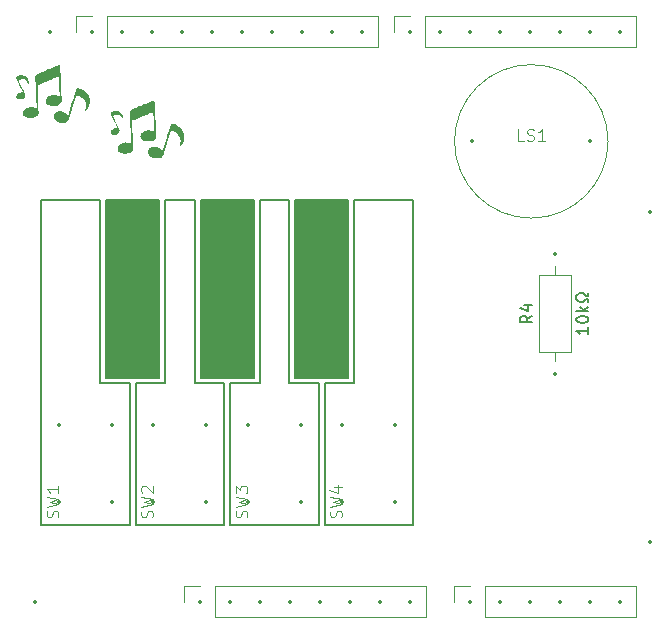
<source format=gto>
%TF.GenerationSoftware,KiCad,Pcbnew,8.0.0*%
%TF.CreationDate,2024-04-21T11:23:51-04:00*%
%TF.ProjectId,7_keyboard_instrument,375f6b65-7962-46f6-9172-645f696e7374,rev?*%
%TF.SameCoordinates,Original*%
%TF.FileFunction,Legend,Top*%
%TF.FilePolarity,Positive*%
%FSLAX46Y46*%
G04 Gerber Fmt 4.6, Leading zero omitted, Abs format (unit mm)*
G04 Created by KiCad (PCBNEW 8.0.0) date 2024-04-21 11:23:51*
%MOMM*%
%LPD*%
G01*
G04 APERTURE LIST*
%ADD10C,0.150000*%
%ADD11C,0.100000*%
%ADD12C,0.120000*%
%ADD13C,0.000000*%
%ADD14C,0.350000*%
G04 APERTURE END LIST*
D10*
X20000000Y36500000D02*
X24500000Y36500000D01*
X24500000Y21500000D01*
X20000000Y21500000D01*
X20000000Y36500000D01*
G36*
X20000000Y36500000D02*
G01*
X24500000Y36500000D01*
X24500000Y21500000D01*
X20000000Y21500000D01*
X20000000Y36500000D01*
G37*
X36000000Y36500000D02*
X40500000Y36500000D01*
X40500000Y21500000D01*
X36000000Y21500000D01*
X36000000Y36500000D01*
G36*
X36000000Y36500000D02*
G01*
X40500000Y36500000D01*
X40500000Y21500000D01*
X36000000Y21500000D01*
X36000000Y36500000D01*
G37*
X19500000Y21000000D02*
X22000000Y21000000D01*
X22000000Y9000000D01*
X14500000Y9000000D01*
X14500000Y36500000D01*
X19500000Y36500000D01*
X19500000Y21000000D01*
X28000000Y36500000D02*
X32500000Y36500000D01*
X32500000Y21500000D01*
X28000000Y21500000D01*
X28000000Y36500000D01*
G36*
X28000000Y36500000D02*
G01*
X32500000Y36500000D01*
X32500000Y21500000D01*
X28000000Y21500000D01*
X28000000Y36500000D01*
G37*
X35500000Y21000000D02*
X38000000Y21000000D01*
X38000000Y9000000D01*
X30500000Y9000000D01*
X30500000Y21000000D01*
X33000000Y21000000D01*
X33000000Y36500000D01*
X35500000Y36500000D01*
X35500000Y21000000D01*
X46000000Y9000000D02*
X38500000Y9000000D01*
X38500000Y21000000D01*
X41000000Y21000000D01*
X41000000Y36500000D01*
X46000000Y36500000D01*
X46000000Y9000000D01*
X27500000Y21000000D02*
X30000000Y21000000D01*
X30000000Y9000000D01*
X22500000Y9000000D01*
X22500000Y21000000D01*
X25000000Y21000000D01*
X25000000Y36500000D01*
X27500000Y36500000D01*
X27500000Y21000000D01*
D11*
X23909800Y9666668D02*
X23957419Y9809525D01*
X23957419Y9809525D02*
X23957419Y10047620D01*
X23957419Y10047620D02*
X23909800Y10142858D01*
X23909800Y10142858D02*
X23862180Y10190477D01*
X23862180Y10190477D02*
X23766942Y10238096D01*
X23766942Y10238096D02*
X23671704Y10238096D01*
X23671704Y10238096D02*
X23576466Y10190477D01*
X23576466Y10190477D02*
X23528847Y10142858D01*
X23528847Y10142858D02*
X23481228Y10047620D01*
X23481228Y10047620D02*
X23433609Y9857144D01*
X23433609Y9857144D02*
X23385990Y9761906D01*
X23385990Y9761906D02*
X23338371Y9714287D01*
X23338371Y9714287D02*
X23243133Y9666668D01*
X23243133Y9666668D02*
X23147895Y9666668D01*
X23147895Y9666668D02*
X23052657Y9714287D01*
X23052657Y9714287D02*
X23005038Y9761906D01*
X23005038Y9761906D02*
X22957419Y9857144D01*
X22957419Y9857144D02*
X22957419Y10095239D01*
X22957419Y10095239D02*
X23005038Y10238096D01*
X22957419Y10571430D02*
X23957419Y10809525D01*
X23957419Y10809525D02*
X23243133Y11000001D01*
X23243133Y11000001D02*
X23957419Y11190477D01*
X23957419Y11190477D02*
X22957419Y11428572D01*
X23052657Y11761906D02*
X23005038Y11809525D01*
X23005038Y11809525D02*
X22957419Y11904763D01*
X22957419Y11904763D02*
X22957419Y12142858D01*
X22957419Y12142858D02*
X23005038Y12238096D01*
X23005038Y12238096D02*
X23052657Y12285715D01*
X23052657Y12285715D02*
X23147895Y12333334D01*
X23147895Y12333334D02*
X23243133Y12333334D01*
X23243133Y12333334D02*
X23385990Y12285715D01*
X23385990Y12285715D02*
X23957419Y11714287D01*
X23957419Y11714287D02*
X23957419Y12333334D01*
X39909800Y9666668D02*
X39957419Y9809525D01*
X39957419Y9809525D02*
X39957419Y10047620D01*
X39957419Y10047620D02*
X39909800Y10142858D01*
X39909800Y10142858D02*
X39862180Y10190477D01*
X39862180Y10190477D02*
X39766942Y10238096D01*
X39766942Y10238096D02*
X39671704Y10238096D01*
X39671704Y10238096D02*
X39576466Y10190477D01*
X39576466Y10190477D02*
X39528847Y10142858D01*
X39528847Y10142858D02*
X39481228Y10047620D01*
X39481228Y10047620D02*
X39433609Y9857144D01*
X39433609Y9857144D02*
X39385990Y9761906D01*
X39385990Y9761906D02*
X39338371Y9714287D01*
X39338371Y9714287D02*
X39243133Y9666668D01*
X39243133Y9666668D02*
X39147895Y9666668D01*
X39147895Y9666668D02*
X39052657Y9714287D01*
X39052657Y9714287D02*
X39005038Y9761906D01*
X39005038Y9761906D02*
X38957419Y9857144D01*
X38957419Y9857144D02*
X38957419Y10095239D01*
X38957419Y10095239D02*
X39005038Y10238096D01*
X38957419Y10571430D02*
X39957419Y10809525D01*
X39957419Y10809525D02*
X39243133Y11000001D01*
X39243133Y11000001D02*
X39957419Y11190477D01*
X39957419Y11190477D02*
X38957419Y11428572D01*
X39290752Y12238096D02*
X39957419Y12238096D01*
X38909800Y12000001D02*
X39624085Y11761906D01*
X39624085Y11761906D02*
X39624085Y12380953D01*
X15909800Y9666668D02*
X15957419Y9809525D01*
X15957419Y9809525D02*
X15957419Y10047620D01*
X15957419Y10047620D02*
X15909800Y10142858D01*
X15909800Y10142858D02*
X15862180Y10190477D01*
X15862180Y10190477D02*
X15766942Y10238096D01*
X15766942Y10238096D02*
X15671704Y10238096D01*
X15671704Y10238096D02*
X15576466Y10190477D01*
X15576466Y10190477D02*
X15528847Y10142858D01*
X15528847Y10142858D02*
X15481228Y10047620D01*
X15481228Y10047620D02*
X15433609Y9857144D01*
X15433609Y9857144D02*
X15385990Y9761906D01*
X15385990Y9761906D02*
X15338371Y9714287D01*
X15338371Y9714287D02*
X15243133Y9666668D01*
X15243133Y9666668D02*
X15147895Y9666668D01*
X15147895Y9666668D02*
X15052657Y9714287D01*
X15052657Y9714287D02*
X15005038Y9761906D01*
X15005038Y9761906D02*
X14957419Y9857144D01*
X14957419Y9857144D02*
X14957419Y10095239D01*
X14957419Y10095239D02*
X15005038Y10238096D01*
X14957419Y10571430D02*
X15957419Y10809525D01*
X15957419Y10809525D02*
X15243133Y11000001D01*
X15243133Y11000001D02*
X15957419Y11190477D01*
X15957419Y11190477D02*
X14957419Y11428572D01*
X15957419Y12333334D02*
X15957419Y11761906D01*
X15957419Y12047620D02*
X14957419Y12047620D01*
X14957419Y12047620D02*
X15100276Y11952382D01*
X15100276Y11952382D02*
X15195514Y11857144D01*
X15195514Y11857144D02*
X15243133Y11761906D01*
D10*
X56084819Y26753334D02*
X55608628Y26420001D01*
X56084819Y26181906D02*
X55084819Y26181906D01*
X55084819Y26181906D02*
X55084819Y26562858D01*
X55084819Y26562858D02*
X55132438Y26658096D01*
X55132438Y26658096D02*
X55180057Y26705715D01*
X55180057Y26705715D02*
X55275295Y26753334D01*
X55275295Y26753334D02*
X55418152Y26753334D01*
X55418152Y26753334D02*
X55513390Y26705715D01*
X55513390Y26705715D02*
X55561009Y26658096D01*
X55561009Y26658096D02*
X55608628Y26562858D01*
X55608628Y26562858D02*
X55608628Y26181906D01*
X55418152Y27610477D02*
X56084819Y27610477D01*
X55037200Y27372382D02*
X55751485Y27134287D01*
X55751485Y27134287D02*
X55751485Y27753334D01*
X60824819Y25753334D02*
X60824819Y25181906D01*
X60824819Y25467620D02*
X59824819Y25467620D01*
X59824819Y25467620D02*
X59967676Y25372382D01*
X59967676Y25372382D02*
X60062914Y25277144D01*
X60062914Y25277144D02*
X60110533Y25181906D01*
X59824819Y26372382D02*
X59824819Y26467620D01*
X59824819Y26467620D02*
X59872438Y26562858D01*
X59872438Y26562858D02*
X59920057Y26610477D01*
X59920057Y26610477D02*
X60015295Y26658096D01*
X60015295Y26658096D02*
X60205771Y26705715D01*
X60205771Y26705715D02*
X60443866Y26705715D01*
X60443866Y26705715D02*
X60634342Y26658096D01*
X60634342Y26658096D02*
X60729580Y26610477D01*
X60729580Y26610477D02*
X60777200Y26562858D01*
X60777200Y26562858D02*
X60824819Y26467620D01*
X60824819Y26467620D02*
X60824819Y26372382D01*
X60824819Y26372382D02*
X60777200Y26277144D01*
X60777200Y26277144D02*
X60729580Y26229525D01*
X60729580Y26229525D02*
X60634342Y26181906D01*
X60634342Y26181906D02*
X60443866Y26134287D01*
X60443866Y26134287D02*
X60205771Y26134287D01*
X60205771Y26134287D02*
X60015295Y26181906D01*
X60015295Y26181906D02*
X59920057Y26229525D01*
X59920057Y26229525D02*
X59872438Y26277144D01*
X59872438Y26277144D02*
X59824819Y26372382D01*
X60824819Y27134287D02*
X59824819Y27134287D01*
X60443866Y27229525D02*
X60824819Y27515239D01*
X60158152Y27515239D02*
X60539104Y27134287D01*
X60824819Y27896192D02*
X60824819Y28134287D01*
X60824819Y28134287D02*
X60634342Y28134287D01*
X60634342Y28134287D02*
X60586723Y28039049D01*
X60586723Y28039049D02*
X60491485Y27943811D01*
X60491485Y27943811D02*
X60348628Y27896192D01*
X60348628Y27896192D02*
X60110533Y27896192D01*
X60110533Y27896192D02*
X59967676Y27943811D01*
X59967676Y27943811D02*
X59872438Y28039049D01*
X59872438Y28039049D02*
X59824819Y28181906D01*
X59824819Y28181906D02*
X59824819Y28372382D01*
X59824819Y28372382D02*
X59872438Y28515239D01*
X59872438Y28515239D02*
X59967676Y28610477D01*
X59967676Y28610477D02*
X60110533Y28658096D01*
X60110533Y28658096D02*
X60348628Y28658096D01*
X60348628Y28658096D02*
X60491485Y28610477D01*
X60491485Y28610477D02*
X60586723Y28515239D01*
X60586723Y28515239D02*
X60634342Y28420001D01*
X60634342Y28420001D02*
X60824819Y28420001D01*
X60824819Y28420001D02*
X60824819Y28658096D01*
D11*
X31909800Y9666668D02*
X31957419Y9809525D01*
X31957419Y9809525D02*
X31957419Y10047620D01*
X31957419Y10047620D02*
X31909800Y10142858D01*
X31909800Y10142858D02*
X31862180Y10190477D01*
X31862180Y10190477D02*
X31766942Y10238096D01*
X31766942Y10238096D02*
X31671704Y10238096D01*
X31671704Y10238096D02*
X31576466Y10190477D01*
X31576466Y10190477D02*
X31528847Y10142858D01*
X31528847Y10142858D02*
X31481228Y10047620D01*
X31481228Y10047620D02*
X31433609Y9857144D01*
X31433609Y9857144D02*
X31385990Y9761906D01*
X31385990Y9761906D02*
X31338371Y9714287D01*
X31338371Y9714287D02*
X31243133Y9666668D01*
X31243133Y9666668D02*
X31147895Y9666668D01*
X31147895Y9666668D02*
X31052657Y9714287D01*
X31052657Y9714287D02*
X31005038Y9761906D01*
X31005038Y9761906D02*
X30957419Y9857144D01*
X30957419Y9857144D02*
X30957419Y10095239D01*
X30957419Y10095239D02*
X31005038Y10238096D01*
X30957419Y10571430D02*
X31957419Y10809525D01*
X31957419Y10809525D02*
X31243133Y11000001D01*
X31243133Y11000001D02*
X31957419Y11190477D01*
X31957419Y11190477D02*
X30957419Y11428572D01*
X30957419Y11714287D02*
X30957419Y12333334D01*
X30957419Y12333334D02*
X31338371Y12000001D01*
X31338371Y12000001D02*
X31338371Y12142858D01*
X31338371Y12142858D02*
X31385990Y12238096D01*
X31385990Y12238096D02*
X31433609Y12285715D01*
X31433609Y12285715D02*
X31528847Y12333334D01*
X31528847Y12333334D02*
X31766942Y12333334D01*
X31766942Y12333334D02*
X31862180Y12285715D01*
X31862180Y12285715D02*
X31909800Y12238096D01*
X31909800Y12238096D02*
X31957419Y12142858D01*
X31957419Y12142858D02*
X31957419Y11857144D01*
X31957419Y11857144D02*
X31909800Y11761906D01*
X31909800Y11761906D02*
X31862180Y11714287D01*
X55357142Y41542581D02*
X54880952Y41542581D01*
X54880952Y41542581D02*
X54880952Y42542581D01*
X55642857Y41590200D02*
X55785714Y41542581D01*
X55785714Y41542581D02*
X56023809Y41542581D01*
X56023809Y41542581D02*
X56119047Y41590200D01*
X56119047Y41590200D02*
X56166666Y41637820D01*
X56166666Y41637820D02*
X56214285Y41733058D01*
X56214285Y41733058D02*
X56214285Y41828296D01*
X56214285Y41828296D02*
X56166666Y41923534D01*
X56166666Y41923534D02*
X56119047Y41971153D01*
X56119047Y41971153D02*
X56023809Y42018772D01*
X56023809Y42018772D02*
X55833333Y42066391D01*
X55833333Y42066391D02*
X55738095Y42114010D01*
X55738095Y42114010D02*
X55690476Y42161629D01*
X55690476Y42161629D02*
X55642857Y42256867D01*
X55642857Y42256867D02*
X55642857Y42352105D01*
X55642857Y42352105D02*
X55690476Y42447343D01*
X55690476Y42447343D02*
X55738095Y42494962D01*
X55738095Y42494962D02*
X55833333Y42542581D01*
X55833333Y42542581D02*
X56071428Y42542581D01*
X56071428Y42542581D02*
X56214285Y42494962D01*
X57166666Y41542581D02*
X56595238Y41542581D01*
X56880952Y41542581D02*
X56880952Y42542581D01*
X56880952Y42542581D02*
X56785714Y42399724D01*
X56785714Y42399724D02*
X56690476Y42304486D01*
X56690476Y42304486D02*
X56595238Y42256867D01*
D12*
%TO.C,J1*%
X26610000Y3870000D02*
X27940000Y3870000D01*
X26610000Y2540000D02*
X26610000Y3870000D01*
X29210000Y3870000D02*
X47050000Y3870000D01*
X29210000Y1210000D02*
X29210000Y3870000D01*
X29210000Y1210000D02*
X47050000Y1210000D01*
X47050000Y1210000D02*
X47050000Y3870000D01*
%TO.C,J3*%
X49470000Y3870000D02*
X50800000Y3870000D01*
X49470000Y2540000D02*
X49470000Y3870000D01*
X52070000Y3870000D02*
X64830000Y3870000D01*
X52070000Y1210000D02*
X52070000Y3870000D01*
X52070000Y1210000D02*
X64830000Y1210000D01*
X64830000Y1210000D02*
X64830000Y3870000D01*
%TO.C,J2*%
X17466000Y52130000D02*
X18796000Y52130000D01*
X17466000Y50800000D02*
X17466000Y52130000D01*
X20066000Y52130000D02*
X42986000Y52130000D01*
X20066000Y49470000D02*
X20066000Y52130000D01*
X20066000Y49470000D02*
X42986000Y49470000D01*
X42986000Y49470000D02*
X42986000Y52130000D01*
%TO.C,J4*%
X44390000Y52130000D02*
X45720000Y52130000D01*
X44390000Y50800000D02*
X44390000Y52130000D01*
X46990000Y52130000D02*
X64830000Y52130000D01*
X46990000Y49470000D02*
X46990000Y52130000D01*
X46990000Y49470000D02*
X64830000Y49470000D01*
X64830000Y49470000D02*
X64830000Y52130000D01*
D13*
%TO.C,G\u002A\u002A\u002A*%
G36*
X20924474Y44095373D02*
G01*
X21055028Y44061344D01*
X21171613Y44000965D01*
X21271623Y43916153D01*
X21352453Y43808827D01*
X21411497Y43680906D01*
X21446150Y43534307D01*
X21452489Y43472522D01*
X21455499Y43413212D01*
X21455795Y43370148D01*
X21453399Y43350387D01*
X21452091Y43350116D01*
X21440286Y43367903D01*
X21418378Y43406265D01*
X21392571Y43454153D01*
X21329127Y43561404D01*
X21264593Y43641587D01*
X21194201Y43700118D01*
X21156661Y43722256D01*
X21108247Y43745049D01*
X21062857Y43758447D01*
X21008603Y43764811D01*
X20933848Y43766502D01*
X20858647Y43765022D01*
X20803331Y43758606D01*
X20755185Y43744726D01*
X20701493Y43720856D01*
X20699733Y43719993D01*
X20649474Y43693069D01*
X20612320Y43668967D01*
X20597225Y43654165D01*
X20602468Y43635679D01*
X20620538Y43591075D01*
X20649951Y43523627D01*
X20689226Y43436607D01*
X20736879Y43333289D01*
X20791428Y43216947D01*
X20851391Y43090854D01*
X20868115Y43055982D01*
X20944367Y42895940D01*
X21009463Y42756542D01*
X21062718Y42639341D01*
X21103444Y42545891D01*
X21130955Y42477746D01*
X21144566Y42436459D01*
X21145973Y42427152D01*
X21131945Y42354496D01*
X21094260Y42276385D01*
X21038072Y42202807D01*
X21021607Y42186167D01*
X20936421Y42122032D01*
X20838156Y42076241D01*
X20734725Y42050618D01*
X20634040Y42046987D01*
X20544012Y42067170D01*
X20530586Y42072984D01*
X20459129Y42121527D01*
X20415021Y42184989D01*
X20398671Y42259770D01*
X20410492Y42342269D01*
X20450893Y42428885D01*
X20484619Y42475955D01*
X20570060Y42556230D01*
X20675365Y42611610D01*
X20797694Y42640718D01*
X20830594Y42643728D01*
X20888379Y42648989D01*
X20930827Y42655813D01*
X20949857Y42662844D01*
X20950193Y42663795D01*
X20943332Y42680721D01*
X20923732Y42723953D01*
X20892870Y42790359D01*
X20852221Y42876806D01*
X20803260Y42980163D01*
X20747465Y43097297D01*
X20686310Y43225076D01*
X20654759Y43290783D01*
X20591516Y43423284D01*
X20533166Y43547342D01*
X20481166Y43659725D01*
X20436974Y43757199D01*
X20402047Y43836530D01*
X20377842Y43894486D01*
X20365817Y43927833D01*
X20364794Y43934124D01*
X20383643Y43960308D01*
X20426950Y43991452D01*
X20487669Y44023796D01*
X20558753Y44053578D01*
X20631880Y44076705D01*
X20782556Y44101133D01*
X20924474Y44095373D01*
G37*
G36*
X25624431Y43000205D02*
G01*
X25661514Y42991476D01*
X25859401Y42928205D01*
X26040525Y42842380D01*
X26202400Y42736119D01*
X26342539Y42611540D01*
X26458456Y42470759D01*
X26547664Y42315894D01*
X26593720Y42197619D01*
X26612595Y42128010D01*
X26623634Y42058362D01*
X26628337Y41976404D01*
X26628714Y41911583D01*
X26612877Y41715934D01*
X26567480Y41533110D01*
X26491513Y41360013D01*
X26403031Y41219436D01*
X26369616Y41176014D01*
X26328547Y41126959D01*
X26284768Y41077585D01*
X26243223Y41033206D01*
X26208856Y40999138D01*
X26186611Y40980694D01*
X26180855Y40980606D01*
X26185591Y40998399D01*
X26198115Y41040285D01*
X26216291Y41099210D01*
X26229901Y41142601D01*
X26279169Y41325792D01*
X26304411Y41487070D01*
X26305657Y41626657D01*
X26299243Y41677637D01*
X26258405Y41821746D01*
X26188583Y41956384D01*
X26092879Y42078331D01*
X25974397Y42184362D01*
X25836240Y42271257D01*
X25681511Y42335793D01*
X25658621Y42342885D01*
X25600821Y42357081D01*
X25543894Y42366255D01*
X25496400Y42369622D01*
X25466896Y42366402D01*
X25461390Y42360916D01*
X25456675Y42343734D01*
X25443191Y42298543D01*
X25421928Y42228532D01*
X25393878Y42136891D01*
X25360031Y42026810D01*
X25321378Y41901479D01*
X25278911Y41764086D01*
X25233619Y41617823D01*
X25186494Y41465877D01*
X25138527Y41311440D01*
X25090708Y41157700D01*
X25044028Y41007847D01*
X24999479Y40865072D01*
X24958051Y40732563D01*
X24920734Y40613510D01*
X24888521Y40511102D01*
X24862401Y40428531D01*
X24843366Y40368984D01*
X24832406Y40335652D01*
X24831021Y40331725D01*
X24802978Y40279706D01*
X24758328Y40222099D01*
X24727188Y40190010D01*
X24628969Y40120005D01*
X24511473Y40073714D01*
X24378608Y40051802D01*
X24234284Y40054940D01*
X24091532Y40081361D01*
X23953453Y40129570D01*
X23830419Y40196280D01*
X23725647Y40278206D01*
X23642354Y40372058D01*
X23583755Y40474551D01*
X23553067Y40582397D01*
X23549194Y40635605D01*
X23563172Y40739625D01*
X23603179Y40829089D01*
X23665725Y40903491D01*
X23747324Y40962322D01*
X23844485Y41005075D01*
X23953720Y41031242D01*
X24071540Y41040315D01*
X24194457Y41031787D01*
X24318982Y41005150D01*
X24441626Y40959896D01*
X24558900Y40895517D01*
X24667315Y40811507D01*
X24679544Y40800102D01*
X24725823Y40757002D01*
X24762237Y40724859D01*
X24783142Y40708578D01*
X24785916Y40707623D01*
X24791458Y40723626D01*
X24805762Y40768005D01*
X24827931Y40837903D01*
X24857070Y40930468D01*
X24892284Y41042841D01*
X24932678Y41172170D01*
X24977355Y41315598D01*
X25025420Y41470270D01*
X25053597Y41561103D01*
X25127723Y41800219D01*
X25192806Y42010079D01*
X25249508Y42192645D01*
X25298487Y42349878D01*
X25340404Y42483738D01*
X25375918Y42596188D01*
X25405690Y42689189D01*
X25430379Y42764702D01*
X25450646Y42824687D01*
X25467150Y42871107D01*
X25480551Y42905922D01*
X25491510Y42931095D01*
X25500685Y42948585D01*
X25508737Y42960354D01*
X25516327Y42968364D01*
X25524113Y42974576D01*
X25530870Y42979527D01*
X25559751Y42998345D01*
X25586787Y43004858D01*
X25624431Y43000205D01*
G37*
G36*
X24046453Y44943134D02*
G01*
X24069522Y44926638D01*
X24087263Y44900316D01*
X24096014Y44881842D01*
X24100657Y44863800D01*
X24105564Y44829442D01*
X24110825Y44777205D01*
X24116531Y44705528D01*
X24122773Y44612850D01*
X24129642Y44497609D01*
X24137229Y44358243D01*
X24145625Y44193191D01*
X24154920Y44000892D01*
X24165205Y43779784D01*
X24176572Y43528305D01*
X24182323Y43398970D01*
X24191670Y43184283D01*
X24200351Y42977973D01*
X24208278Y42782511D01*
X24215366Y42600370D01*
X24221528Y42434021D01*
X24226677Y42285937D01*
X24230727Y42158587D01*
X24233591Y42054446D01*
X24235184Y41975983D01*
X24235417Y41925671D01*
X24234531Y41907135D01*
X24201874Y41812908D01*
X24140615Y41722861D01*
X24054813Y41642543D01*
X24025838Y41621809D01*
X23929773Y41565039D01*
X23833648Y41526448D01*
X23726854Y41502752D01*
X23602810Y41490880D01*
X23445939Y41492998D01*
X23308080Y41518299D01*
X23183997Y41568040D01*
X23118149Y41607325D01*
X23021285Y41687794D01*
X22954505Y41777514D01*
X22918203Y41873757D01*
X22912768Y41973793D01*
X22938593Y42074895D01*
X22996068Y42174333D01*
X23030815Y42216123D01*
X23129152Y42300645D01*
X23248174Y42365501D01*
X23381866Y42409890D01*
X23524216Y42433011D01*
X23669210Y42434064D01*
X23810837Y42412249D01*
X23943082Y42366763D01*
X23988647Y42343654D01*
X24031108Y42322079D01*
X24060738Y42311036D01*
X24068402Y42311087D01*
X24069438Y42328615D01*
X24068992Y42375105D01*
X24067185Y42446867D01*
X24064136Y42540214D01*
X24059967Y42651456D01*
X24054797Y42776903D01*
X24048787Y42912002D01*
X24041955Y43061351D01*
X24035152Y43211865D01*
X24028643Y43357576D01*
X24022692Y43492520D01*
X24017562Y43610730D01*
X24013516Y43706241D01*
X24011547Y43754472D01*
X24007747Y43840525D01*
X24003802Y43913720D01*
X24000069Y43968457D01*
X23996907Y43999138D01*
X23995567Y44003732D01*
X23979700Y43997629D01*
X23936797Y43980179D01*
X23869973Y43952672D01*
X23782340Y43916399D01*
X23677013Y43872650D01*
X23557104Y43822716D01*
X23425727Y43767886D01*
X23340218Y43732140D01*
X23195435Y43671617D01*
X23053562Y43612380D01*
X22918857Y43556203D01*
X22795577Y43504859D01*
X22687981Y43460120D01*
X22600327Y43423759D01*
X22536872Y43397550D01*
X22519305Y43390340D01*
X22411978Y43346339D01*
X22331162Y43312680D01*
X22273103Y43287353D01*
X22234045Y43268350D01*
X22210232Y43253662D01*
X22197909Y43241282D01*
X22193320Y43229200D01*
X22192707Y43215671D01*
X22193521Y43191671D01*
X22195722Y43138662D01*
X22199145Y43060289D01*
X22203626Y42960197D01*
X22209002Y42842030D01*
X22215108Y42709434D01*
X22221782Y42566051D01*
X22224878Y42500000D01*
X22232831Y42329317D01*
X22241182Y42147538D01*
X22249598Y41962103D01*
X22257744Y41780450D01*
X22265286Y41610018D01*
X22271892Y41458246D01*
X22276670Y41345925D01*
X22296590Y40870164D01*
X22251014Y40777010D01*
X22193744Y40690402D01*
X22113631Y40610705D01*
X22020452Y40546956D01*
X21981484Y40527847D01*
X21847216Y40482355D01*
X21703167Y40455474D01*
X21561685Y40448947D01*
X21476493Y40456517D01*
X21347024Y40487979D01*
X21227617Y40539115D01*
X21124138Y40606289D01*
X21042452Y40685870D01*
X20998414Y40752689D01*
X20972780Y40833047D01*
X20966823Y40925993D01*
X20980475Y41018064D01*
X21000041Y41071500D01*
X21060847Y41161835D01*
X21148119Y41241820D01*
X21256545Y41308776D01*
X21380812Y41360020D01*
X21515609Y41392872D01*
X21655623Y41404650D01*
X21660112Y41404649D01*
X21772843Y41394246D01*
X21893239Y41366466D01*
X22004640Y41325552D01*
X22040496Y41307798D01*
X22086838Y41285481D01*
X22117780Y41276084D01*
X22126886Y41279790D01*
X22126127Y41298775D01*
X22123974Y41347850D01*
X22120545Y41424448D01*
X22115955Y41526003D01*
X22110322Y41649949D01*
X22103763Y41793721D01*
X22096395Y41954753D01*
X22088333Y42130479D01*
X22079697Y42318333D01*
X22070601Y42515748D01*
X22069820Y42532690D01*
X22058135Y42785872D01*
X22047902Y43008483D01*
X22039102Y43202608D01*
X22031717Y43370331D01*
X22025729Y43513740D01*
X22021119Y43634917D01*
X22017869Y43735950D01*
X22015961Y43818923D01*
X22015378Y43885922D01*
X22016099Y43939031D01*
X22018108Y43980337D01*
X22021387Y44011924D01*
X22025916Y44035877D01*
X22031677Y44054283D01*
X22038654Y44069226D01*
X22046826Y44082791D01*
X22056150Y44097024D01*
X22095784Y44145586D01*
X22142821Y44186650D01*
X22158306Y44196469D01*
X22186383Y44209922D01*
X22240961Y44234248D01*
X22318322Y44267855D01*
X22414747Y44309152D01*
X22526516Y44356547D01*
X22649912Y44408448D01*
X22781216Y44463264D01*
X22797168Y44469897D01*
X22937995Y44528469D01*
X23079035Y44587225D01*
X23215126Y44644005D01*
X23341102Y44696651D01*
X23451798Y44743004D01*
X23542050Y44780908D01*
X23600884Y44805740D01*
X23729146Y44859458D01*
X23831159Y44900134D01*
X23910409Y44928303D01*
X23970384Y44944502D01*
X24014569Y44949267D01*
X24046453Y44943134D01*
G37*
D12*
%TO.C,R4*%
X56630000Y30190000D02*
X56630000Y23650000D01*
X56630000Y23650000D02*
X59370000Y23650000D01*
X58000000Y30960000D02*
X58000000Y30190000D01*
X58000000Y22880000D02*
X58000000Y23650000D01*
X59370000Y30190000D02*
X56630000Y30190000D01*
X59370000Y23650000D02*
X59370000Y30190000D01*
D11*
%TO.C,LS1*%
X62500000Y41500000D02*
G75*
G02*
X49500000Y41500000I-6500000J0D01*
G01*
X49500000Y41500000D02*
G75*
G02*
X62500000Y41500000I6500000J0D01*
G01*
D13*
%TO.C,G\u002A\u002A\u002A*%
G36*
X12924474Y47095373D02*
G01*
X13055028Y47061344D01*
X13171613Y47000965D01*
X13271623Y46916153D01*
X13352453Y46808827D01*
X13411497Y46680906D01*
X13446150Y46534307D01*
X13452489Y46472522D01*
X13455499Y46413212D01*
X13455795Y46370148D01*
X13453399Y46350387D01*
X13452091Y46350116D01*
X13440286Y46367903D01*
X13418378Y46406265D01*
X13392571Y46454153D01*
X13329127Y46561404D01*
X13264593Y46641587D01*
X13194201Y46700118D01*
X13156661Y46722256D01*
X13108247Y46745049D01*
X13062857Y46758447D01*
X13008603Y46764811D01*
X12933848Y46766502D01*
X12858647Y46765022D01*
X12803331Y46758606D01*
X12755185Y46744726D01*
X12701493Y46720856D01*
X12699733Y46719993D01*
X12649474Y46693069D01*
X12612320Y46668967D01*
X12597225Y46654165D01*
X12602468Y46635679D01*
X12620538Y46591075D01*
X12649951Y46523627D01*
X12689226Y46436607D01*
X12736879Y46333289D01*
X12791428Y46216947D01*
X12851391Y46090854D01*
X12868115Y46055982D01*
X12944367Y45895940D01*
X13009463Y45756542D01*
X13062718Y45639341D01*
X13103444Y45545891D01*
X13130955Y45477746D01*
X13144566Y45436459D01*
X13145973Y45427152D01*
X13131945Y45354496D01*
X13094260Y45276385D01*
X13038072Y45202807D01*
X13021607Y45186167D01*
X12936421Y45122032D01*
X12838156Y45076241D01*
X12734725Y45050618D01*
X12634040Y45046987D01*
X12544012Y45067170D01*
X12530586Y45072984D01*
X12459129Y45121527D01*
X12415021Y45184989D01*
X12398671Y45259770D01*
X12410492Y45342269D01*
X12450893Y45428885D01*
X12484619Y45475955D01*
X12570060Y45556230D01*
X12675365Y45611610D01*
X12797694Y45640718D01*
X12830594Y45643728D01*
X12888379Y45648989D01*
X12930827Y45655813D01*
X12949857Y45662844D01*
X12950193Y45663795D01*
X12943332Y45680721D01*
X12923732Y45723953D01*
X12892870Y45790359D01*
X12852221Y45876806D01*
X12803260Y45980163D01*
X12747465Y46097297D01*
X12686310Y46225076D01*
X12654759Y46290783D01*
X12591516Y46423284D01*
X12533166Y46547342D01*
X12481166Y46659725D01*
X12436974Y46757199D01*
X12402047Y46836530D01*
X12377842Y46894486D01*
X12365817Y46927833D01*
X12364794Y46934124D01*
X12383643Y46960308D01*
X12426950Y46991452D01*
X12487669Y47023796D01*
X12558753Y47053578D01*
X12631880Y47076705D01*
X12782556Y47101133D01*
X12924474Y47095373D01*
G37*
G36*
X17624431Y46000205D02*
G01*
X17661514Y45991476D01*
X17859401Y45928205D01*
X18040525Y45842380D01*
X18202400Y45736119D01*
X18342539Y45611540D01*
X18458456Y45470759D01*
X18547664Y45315894D01*
X18593720Y45197619D01*
X18612595Y45128010D01*
X18623634Y45058362D01*
X18628337Y44976404D01*
X18628714Y44911583D01*
X18612877Y44715934D01*
X18567480Y44533110D01*
X18491513Y44360013D01*
X18403031Y44219436D01*
X18369616Y44176014D01*
X18328547Y44126959D01*
X18284768Y44077585D01*
X18243223Y44033206D01*
X18208856Y43999138D01*
X18186611Y43980694D01*
X18180855Y43980606D01*
X18185591Y43998399D01*
X18198115Y44040285D01*
X18216291Y44099210D01*
X18229901Y44142601D01*
X18279169Y44325792D01*
X18304411Y44487070D01*
X18305657Y44626657D01*
X18299243Y44677637D01*
X18258405Y44821746D01*
X18188583Y44956384D01*
X18092879Y45078331D01*
X17974397Y45184362D01*
X17836240Y45271257D01*
X17681511Y45335793D01*
X17658621Y45342885D01*
X17600821Y45357081D01*
X17543894Y45366255D01*
X17496400Y45369622D01*
X17466896Y45366402D01*
X17461390Y45360916D01*
X17456675Y45343734D01*
X17443191Y45298543D01*
X17421928Y45228532D01*
X17393878Y45136891D01*
X17360031Y45026810D01*
X17321378Y44901479D01*
X17278911Y44764086D01*
X17233619Y44617823D01*
X17186494Y44465877D01*
X17138527Y44311440D01*
X17090708Y44157700D01*
X17044028Y44007847D01*
X16999479Y43865072D01*
X16958051Y43732563D01*
X16920734Y43613510D01*
X16888521Y43511102D01*
X16862401Y43428531D01*
X16843366Y43368984D01*
X16832406Y43335652D01*
X16831021Y43331725D01*
X16802978Y43279706D01*
X16758328Y43222099D01*
X16727188Y43190010D01*
X16628969Y43120005D01*
X16511473Y43073714D01*
X16378608Y43051802D01*
X16234284Y43054940D01*
X16091532Y43081361D01*
X15953453Y43129570D01*
X15830419Y43196280D01*
X15725647Y43278206D01*
X15642354Y43372058D01*
X15583755Y43474551D01*
X15553067Y43582397D01*
X15549194Y43635605D01*
X15563172Y43739625D01*
X15603179Y43829089D01*
X15665725Y43903491D01*
X15747324Y43962322D01*
X15844485Y44005075D01*
X15953720Y44031242D01*
X16071540Y44040315D01*
X16194457Y44031787D01*
X16318982Y44005150D01*
X16441626Y43959896D01*
X16558900Y43895517D01*
X16667315Y43811507D01*
X16679544Y43800102D01*
X16725823Y43757002D01*
X16762237Y43724859D01*
X16783142Y43708578D01*
X16785916Y43707623D01*
X16791458Y43723626D01*
X16805762Y43768005D01*
X16827931Y43837903D01*
X16857070Y43930468D01*
X16892284Y44042841D01*
X16932678Y44172170D01*
X16977355Y44315598D01*
X17025420Y44470270D01*
X17053597Y44561103D01*
X17127723Y44800219D01*
X17192806Y45010079D01*
X17249508Y45192645D01*
X17298487Y45349878D01*
X17340404Y45483738D01*
X17375918Y45596188D01*
X17405690Y45689189D01*
X17430379Y45764702D01*
X17450646Y45824687D01*
X17467150Y45871107D01*
X17480551Y45905922D01*
X17491510Y45931095D01*
X17500685Y45948585D01*
X17508737Y45960354D01*
X17516327Y45968364D01*
X17524113Y45974576D01*
X17530870Y45979527D01*
X17559751Y45998345D01*
X17586787Y46004858D01*
X17624431Y46000205D01*
G37*
G36*
X16046453Y47943134D02*
G01*
X16069522Y47926638D01*
X16087263Y47900316D01*
X16096014Y47881842D01*
X16100657Y47863800D01*
X16105564Y47829442D01*
X16110825Y47777205D01*
X16116531Y47705528D01*
X16122773Y47612850D01*
X16129642Y47497609D01*
X16137229Y47358243D01*
X16145625Y47193191D01*
X16154920Y47000892D01*
X16165205Y46779784D01*
X16176572Y46528305D01*
X16182323Y46398970D01*
X16191670Y46184283D01*
X16200351Y45977973D01*
X16208278Y45782511D01*
X16215366Y45600370D01*
X16221528Y45434021D01*
X16226677Y45285937D01*
X16230727Y45158587D01*
X16233591Y45054446D01*
X16235184Y44975983D01*
X16235417Y44925671D01*
X16234531Y44907135D01*
X16201874Y44812908D01*
X16140615Y44722861D01*
X16054813Y44642543D01*
X16025838Y44621809D01*
X15929773Y44565039D01*
X15833648Y44526448D01*
X15726854Y44502752D01*
X15602810Y44490880D01*
X15445939Y44492998D01*
X15308080Y44518299D01*
X15183997Y44568040D01*
X15118149Y44607325D01*
X15021285Y44687794D01*
X14954505Y44777514D01*
X14918203Y44873757D01*
X14912768Y44973793D01*
X14938593Y45074895D01*
X14996068Y45174333D01*
X15030815Y45216123D01*
X15129152Y45300645D01*
X15248174Y45365501D01*
X15381866Y45409890D01*
X15524216Y45433011D01*
X15669210Y45434064D01*
X15810837Y45412249D01*
X15943082Y45366763D01*
X15988647Y45343654D01*
X16031108Y45322079D01*
X16060738Y45311036D01*
X16068402Y45311087D01*
X16069438Y45328615D01*
X16068992Y45375105D01*
X16067185Y45446867D01*
X16064136Y45540214D01*
X16059967Y45651456D01*
X16054797Y45776903D01*
X16048787Y45912002D01*
X16041955Y46061351D01*
X16035152Y46211865D01*
X16028643Y46357576D01*
X16022692Y46492520D01*
X16017562Y46610730D01*
X16013516Y46706241D01*
X16011547Y46754472D01*
X16007747Y46840525D01*
X16003802Y46913720D01*
X16000069Y46968457D01*
X15996907Y46999138D01*
X15995567Y47003732D01*
X15979700Y46997629D01*
X15936797Y46980179D01*
X15869973Y46952672D01*
X15782340Y46916399D01*
X15677013Y46872650D01*
X15557104Y46822716D01*
X15425727Y46767886D01*
X15340218Y46732140D01*
X15195435Y46671617D01*
X15053562Y46612380D01*
X14918857Y46556203D01*
X14795577Y46504859D01*
X14687981Y46460120D01*
X14600327Y46423759D01*
X14536872Y46397550D01*
X14519305Y46390340D01*
X14411978Y46346339D01*
X14331162Y46312680D01*
X14273103Y46287353D01*
X14234045Y46268350D01*
X14210232Y46253662D01*
X14197909Y46241282D01*
X14193320Y46229200D01*
X14192707Y46215671D01*
X14193521Y46191671D01*
X14195722Y46138662D01*
X14199145Y46060289D01*
X14203626Y45960197D01*
X14209002Y45842030D01*
X14215108Y45709434D01*
X14221782Y45566051D01*
X14224878Y45500000D01*
X14232831Y45329317D01*
X14241182Y45147538D01*
X14249598Y44962103D01*
X14257744Y44780450D01*
X14265286Y44610018D01*
X14271892Y44458246D01*
X14276670Y44345925D01*
X14296590Y43870164D01*
X14251014Y43777010D01*
X14193744Y43690402D01*
X14113631Y43610705D01*
X14020452Y43546956D01*
X13981484Y43527847D01*
X13847216Y43482355D01*
X13703167Y43455474D01*
X13561685Y43448947D01*
X13476493Y43456517D01*
X13347024Y43487979D01*
X13227617Y43539115D01*
X13124138Y43606289D01*
X13042452Y43685870D01*
X12998414Y43752689D01*
X12972780Y43833047D01*
X12966823Y43925993D01*
X12980475Y44018064D01*
X13000041Y44071500D01*
X13060847Y44161835D01*
X13148119Y44241820D01*
X13256545Y44308776D01*
X13380812Y44360020D01*
X13515609Y44392872D01*
X13655623Y44404650D01*
X13660112Y44404649D01*
X13772843Y44394246D01*
X13893239Y44366466D01*
X14004640Y44325552D01*
X14040496Y44307798D01*
X14086838Y44285481D01*
X14117780Y44276084D01*
X14126886Y44279790D01*
X14126127Y44298775D01*
X14123974Y44347850D01*
X14120545Y44424448D01*
X14115955Y44526003D01*
X14110322Y44649949D01*
X14103763Y44793721D01*
X14096395Y44954753D01*
X14088333Y45130479D01*
X14079697Y45318333D01*
X14070601Y45515748D01*
X14069820Y45532690D01*
X14058135Y45785872D01*
X14047902Y46008483D01*
X14039102Y46202608D01*
X14031717Y46370331D01*
X14025729Y46513740D01*
X14021119Y46634917D01*
X14017869Y46735950D01*
X14015961Y46818923D01*
X14015378Y46885922D01*
X14016099Y46939031D01*
X14018108Y46980337D01*
X14021387Y47011924D01*
X14025916Y47035877D01*
X14031677Y47054283D01*
X14038654Y47069226D01*
X14046826Y47082791D01*
X14056150Y47097024D01*
X14095784Y47145586D01*
X14142821Y47186650D01*
X14158306Y47196469D01*
X14186383Y47209922D01*
X14240961Y47234248D01*
X14318322Y47267855D01*
X14414747Y47309152D01*
X14526516Y47356547D01*
X14649912Y47408448D01*
X14781216Y47463264D01*
X14797168Y47469897D01*
X14937995Y47528469D01*
X15079035Y47587225D01*
X15215126Y47644005D01*
X15341102Y47696651D01*
X15451798Y47743004D01*
X15542050Y47780908D01*
X15600884Y47805740D01*
X15729146Y47859458D01*
X15831159Y47900134D01*
X15910409Y47928303D01*
X15970384Y47944502D01*
X16014569Y47949267D01*
X16046453Y47943134D01*
G37*
%TD*%
D14*
X27940000Y2540000D03*
X30480000Y2540000D03*
X33020000Y2540000D03*
X35560000Y2540000D03*
X38100000Y2540000D03*
X40640000Y2540000D03*
X43180000Y2540000D03*
X45720000Y2540000D03*
X50800000Y2540000D03*
X53340000Y2540000D03*
X55880000Y2540000D03*
X58420000Y2540000D03*
X60960000Y2540000D03*
X63500000Y2540000D03*
X18796000Y50800000D03*
X21336000Y50800000D03*
X23876000Y50800000D03*
X26416000Y50800000D03*
X28956000Y50800000D03*
X31496000Y50800000D03*
X34036000Y50800000D03*
X36576000Y50800000D03*
X39116000Y50800000D03*
X41656000Y50800000D03*
X45720000Y50800000D03*
X48260000Y50800000D03*
X50800000Y50800000D03*
X53340000Y50800000D03*
X55880000Y50800000D03*
X58420000Y50800000D03*
X60960000Y50800000D03*
X63500000Y50800000D03*
X24000000Y11000000D03*
X24000000Y17500000D03*
X28500000Y17500000D03*
X28500000Y11000000D03*
X40000000Y11000000D03*
X40000000Y17500000D03*
X44500000Y17500000D03*
X44500000Y11000000D03*
X16000000Y11000000D03*
X16000000Y17500000D03*
X20500000Y17500000D03*
X20500000Y11000000D03*
X58000000Y21840000D03*
X58000000Y32000000D03*
X32000000Y11000000D03*
X32000000Y17500000D03*
X36500000Y17500000D03*
X36500000Y11000000D03*
X15240000Y50800000D03*
X51000000Y41500000D03*
X61000000Y41500000D03*
X13970000Y2540000D03*
X66040000Y35560000D03*
X66040000Y7620000D03*
X22000000Y34160000D03*
X22000000Y24000000D03*
X38500000Y34160000D03*
X38500000Y24000000D03*
X30500000Y34160000D03*
X30500000Y24000000D03*
M02*

</source>
